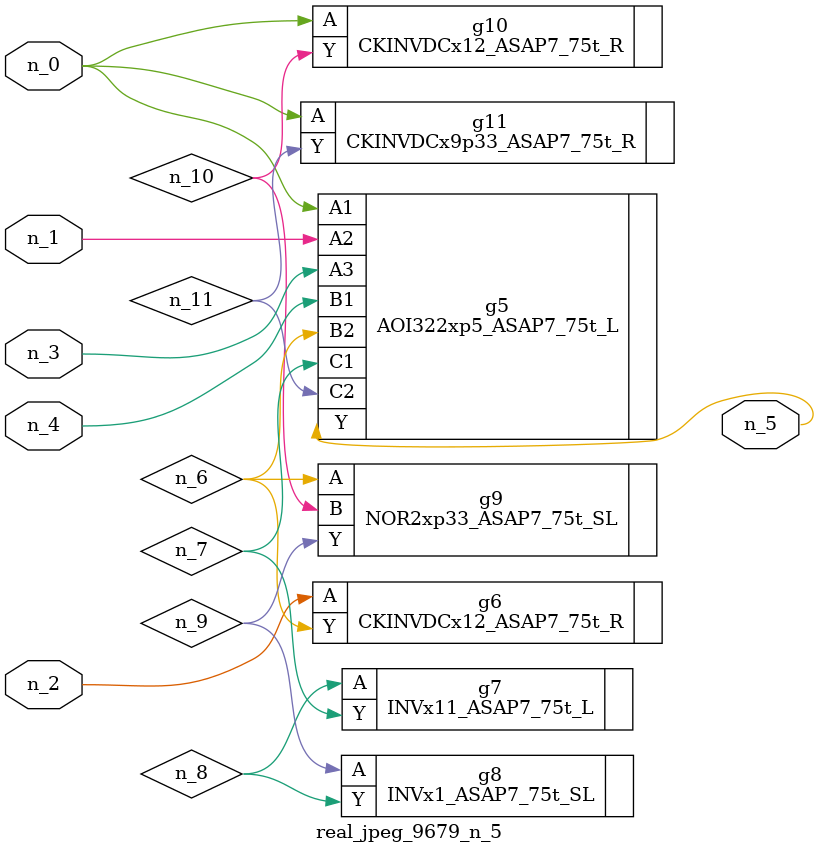
<source format=v>
module real_jpeg_9679_n_5 (n_4, n_0, n_1, n_2, n_3, n_5);

input n_4;
input n_0;
input n_1;
input n_2;
input n_3;

output n_5;

wire n_8;
wire n_11;
wire n_6;
wire n_7;
wire n_10;
wire n_9;

AOI322xp5_ASAP7_75t_L g5 ( 
.A1(n_0),
.A2(n_1),
.A3(n_3),
.B1(n_4),
.B2(n_6),
.C1(n_7),
.C2(n_11),
.Y(n_5)
);

CKINVDCx12_ASAP7_75t_R g10 ( 
.A(n_0),
.Y(n_10)
);

CKINVDCx9p33_ASAP7_75t_R g11 ( 
.A(n_0),
.Y(n_11)
);

CKINVDCx12_ASAP7_75t_R g6 ( 
.A(n_2),
.Y(n_6)
);

NOR2xp33_ASAP7_75t_SL g9 ( 
.A(n_6),
.B(n_10),
.Y(n_9)
);

INVx11_ASAP7_75t_L g7 ( 
.A(n_8),
.Y(n_7)
);

INVx1_ASAP7_75t_SL g8 ( 
.A(n_9),
.Y(n_8)
);


endmodule
</source>
